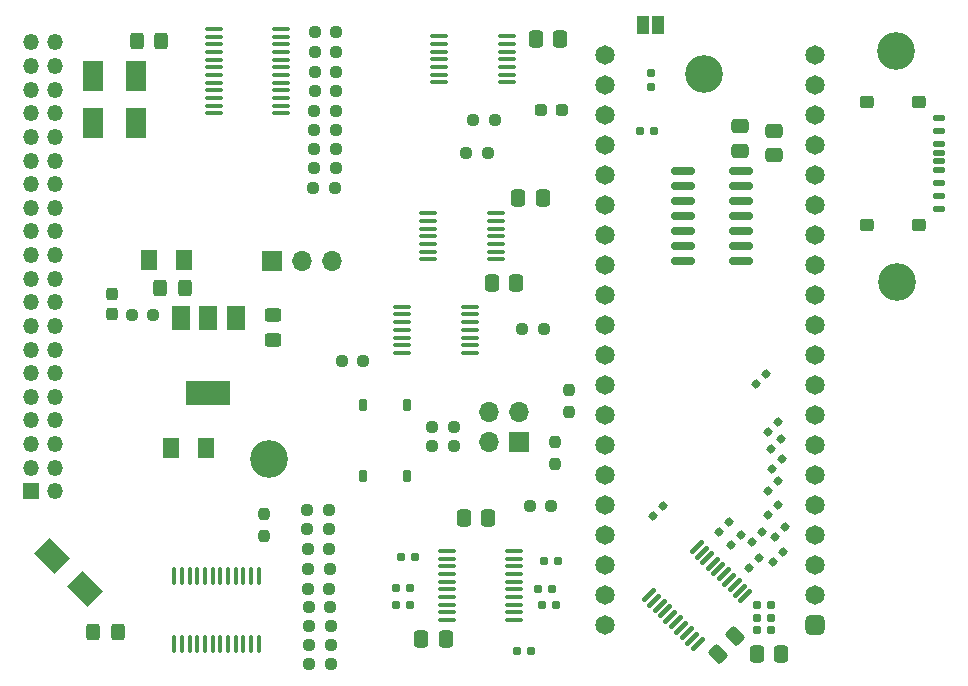
<source format=gbr>
%TF.GenerationSoftware,KiCad,Pcbnew,6.0.5-a6ca702e91~116~ubuntu21.10.1*%
%TF.CreationDate,2023-01-26T06:13:44-07:00*%
%TF.ProjectId,PowerBook,506f7765-7242-46f6-9f6b-2e6b69636164,rev?*%
%TF.SameCoordinates,Original*%
%TF.FileFunction,Soldermask,Top*%
%TF.FilePolarity,Negative*%
%FSLAX46Y46*%
G04 Gerber Fmt 4.6, Leading zero omitted, Abs format (unit mm)*
G04 Created by KiCad (PCBNEW 6.0.5-a6ca702e91~116~ubuntu21.10.1) date 2023-01-26 06:13:44*
%MOMM*%
%LPD*%
G01*
G04 APERTURE LIST*
G04 Aperture macros list*
%AMRoundRect*
0 Rectangle with rounded corners*
0 $1 Rounding radius*
0 $2 $3 $4 $5 $6 $7 $8 $9 X,Y pos of 4 corners*
0 Add a 4 corners polygon primitive as box body*
4,1,4,$2,$3,$4,$5,$6,$7,$8,$9,$2,$3,0*
0 Add four circle primitives for the rounded corners*
1,1,$1+$1,$2,$3*
1,1,$1+$1,$4,$5*
1,1,$1+$1,$6,$7*
1,1,$1+$1,$8,$9*
0 Add four rect primitives between the rounded corners*
20,1,$1+$1,$2,$3,$4,$5,0*
20,1,$1+$1,$4,$5,$6,$7,0*
20,1,$1+$1,$6,$7,$8,$9,0*
20,1,$1+$1,$8,$9,$2,$3,0*%
%AMRotRect*
0 Rectangle, with rotation*
0 The origin of the aperture is its center*
0 $1 length*
0 $2 width*
0 $3 Rotation angle, in degrees counterclockwise*
0 Add horizontal line*
21,1,$1,$2,0,0,$3*%
G04 Aperture macros list end*
%ADD10RoundRect,0.250001X0.462499X0.624999X-0.462499X0.624999X-0.462499X-0.624999X0.462499X-0.624999X0*%
%ADD11R,1.500000X2.000000*%
%ADD12R,3.800000X2.000000*%
%ADD13RoundRect,0.412500X0.412500X0.412500X-0.412500X0.412500X-0.412500X-0.412500X0.412500X-0.412500X0*%
%ADD14C,1.650000*%
%ADD15RoundRect,0.250000X0.325000X0.450000X-0.325000X0.450000X-0.325000X-0.450000X0.325000X-0.450000X0*%
%ADD16RoundRect,0.250000X0.450000X-0.325000X0.450000X0.325000X-0.450000X0.325000X-0.450000X-0.325000X0*%
%ADD17RoundRect,0.250000X-0.325000X-0.450000X0.325000X-0.450000X0.325000X0.450000X-0.325000X0.450000X0*%
%ADD18R,1.800000X2.500000*%
%ADD19R,1.700000X1.700000*%
%ADD20O,1.700000X1.700000*%
%ADD21RoundRect,0.160000X0.026517X0.252791X-0.252791X-0.026517X-0.026517X-0.252791X0.252791X0.026517X0*%
%ADD22RoundRect,0.100000X-0.100000X0.637500X-0.100000X-0.637500X0.100000X-0.637500X0.100000X0.637500X0*%
%ADD23RoundRect,0.160000X0.197500X0.160000X-0.197500X0.160000X-0.197500X-0.160000X0.197500X-0.160000X0*%
%ADD24RoundRect,0.237500X-0.250000X-0.237500X0.250000X-0.237500X0.250000X0.237500X-0.250000X0.237500X0*%
%ADD25C,3.200000*%
%ADD26RoundRect,0.250000X0.475000X-0.337500X0.475000X0.337500X-0.475000X0.337500X-0.475000X-0.337500X0*%
%ADD27RoundRect,0.100000X-0.637500X-0.100000X0.637500X-0.100000X0.637500X0.100000X-0.637500X0.100000X0*%
%ADD28RoundRect,0.250000X0.097227X-0.574524X0.574524X-0.097227X-0.097227X0.574524X-0.574524X0.097227X0*%
%ADD29RoundRect,0.160000X0.160000X-0.197500X0.160000X0.197500X-0.160000X0.197500X-0.160000X-0.197500X0*%
%ADD30RoundRect,0.100000X0.380070X0.521491X-0.521491X-0.380070X-0.380070X-0.521491X0.521491X0.380070X0*%
%ADD31RoundRect,0.237500X-0.237500X0.287500X-0.237500X-0.287500X0.237500X-0.287500X0.237500X0.287500X0*%
%ADD32RoundRect,0.160000X-0.197500X-0.160000X0.197500X-0.160000X0.197500X0.160000X-0.197500X0.160000X0*%
%ADD33RoundRect,0.250000X-0.337500X-0.475000X0.337500X-0.475000X0.337500X0.475000X-0.337500X0.475000X0*%
%ADD34RoundRect,0.250000X0.337500X0.475000X-0.337500X0.475000X-0.337500X-0.475000X0.337500X-0.475000X0*%
%ADD35RoundRect,0.237500X0.250000X0.237500X-0.250000X0.237500X-0.250000X-0.237500X0.250000X-0.237500X0*%
%ADD36RoundRect,0.237500X-0.287500X-0.237500X0.287500X-0.237500X0.287500X0.237500X-0.287500X0.237500X0*%
%ADD37RotRect,2.500000X1.800000X135.000000*%
%ADD38RoundRect,0.237500X0.237500X-0.250000X0.237500X0.250000X-0.237500X0.250000X-0.237500X-0.250000X0*%
%ADD39RoundRect,0.125000X-0.415000X0.125000X-0.415000X-0.125000X0.415000X-0.125000X0.415000X0.125000X0*%
%ADD40RoundRect,0.262500X-0.337500X0.262500X-0.337500X-0.262500X0.337500X-0.262500X0.337500X0.262500X0*%
%ADD41R,1.000000X1.500000*%
%ADD42RoundRect,0.150000X-0.825000X-0.150000X0.825000X-0.150000X0.825000X0.150000X-0.825000X0.150000X0*%
%ADD43RoundRect,0.237500X-0.237500X0.250000X-0.237500X-0.250000X0.237500X-0.250000X0.237500X0.250000X0*%
%ADD44RoundRect,0.187500X0.187500X-0.312500X0.187500X0.312500X-0.187500X0.312500X-0.187500X-0.312500X0*%
%ADD45RoundRect,0.100000X0.637500X0.100000X-0.637500X0.100000X-0.637500X-0.100000X0.637500X-0.100000X0*%
%ADD46R,1.350000X1.350000*%
%ADD47O,1.350000X1.350000*%
G04 APERTURE END LIST*
D10*
%TO.C,C3*%
X116041500Y-93167200D03*
X113066500Y-93167200D03*
%TD*%
%TO.C,C4*%
X117870300Y-109118400D03*
X114895300Y-109118400D03*
%TD*%
D11*
%TO.C,U3*%
X120393220Y-98146920D03*
X118093220Y-98146920D03*
D12*
X118093220Y-104446920D03*
D11*
X115793220Y-98146920D03*
%TD*%
D13*
%TO.C,RP1*%
X169468800Y-124104400D03*
D14*
X169468800Y-121564400D03*
X169468800Y-119024400D03*
X169468800Y-116484400D03*
X169468800Y-113944400D03*
X169468800Y-111404400D03*
X169468800Y-108864400D03*
X169468800Y-106324400D03*
X169468800Y-103784400D03*
X169468800Y-101244400D03*
X169468800Y-98704400D03*
X169468800Y-96164400D03*
X169468800Y-93624400D03*
X169468800Y-91084400D03*
X169468800Y-88544400D03*
X169468800Y-86004400D03*
X169468800Y-83464400D03*
X169468800Y-80924400D03*
X169468800Y-78384400D03*
X169468800Y-75844400D03*
X151688800Y-75844400D03*
X151688800Y-78384400D03*
X151688800Y-80924400D03*
X151688800Y-83464400D03*
X151688800Y-86004400D03*
X151688800Y-88544400D03*
X151688800Y-91084400D03*
X151688800Y-93624400D03*
X151688800Y-96164400D03*
X151688800Y-98704400D03*
X151688800Y-101244400D03*
X151688800Y-103784400D03*
X151688800Y-106324400D03*
X151688800Y-108864400D03*
X151688800Y-111404400D03*
X151688800Y-113944400D03*
X151688800Y-116484400D03*
X151688800Y-119024400D03*
X151688800Y-121564400D03*
X151688800Y-124104400D03*
%TD*%
D15*
%TO.C,C2*%
X116078000Y-95554800D03*
X114028000Y-95554800D03*
%TD*%
D16*
%TO.C,C5*%
X123596400Y-99941600D03*
X123596400Y-97891600D03*
%TD*%
D17*
%TO.C,C6*%
X108347400Y-124663200D03*
X110397400Y-124663200D03*
%TD*%
D18*
%TO.C,D1*%
X111963200Y-77635600D03*
X111963200Y-81635600D03*
%TD*%
D19*
%TO.C,J1*%
X123494800Y-93268800D03*
D20*
X126034800Y-93268800D03*
X128574800Y-93268800D03*
%TD*%
D21*
%TO.C,R42*%
X166725600Y-117906800D03*
X165880608Y-118751792D03*
%TD*%
D22*
%TO.C,U2*%
X122345400Y-119971900D03*
X121695400Y-119971900D03*
X121045400Y-119971900D03*
X120395400Y-119971900D03*
X119745400Y-119971900D03*
X119095400Y-119971900D03*
X118445400Y-119971900D03*
X117795400Y-119971900D03*
X117145400Y-119971900D03*
X116495400Y-119971900D03*
X115845400Y-119971900D03*
X115195400Y-119971900D03*
X115195400Y-125696900D03*
X115845400Y-125696900D03*
X116495400Y-125696900D03*
X117145400Y-125696900D03*
X117795400Y-125696900D03*
X118445400Y-125696900D03*
X119095400Y-125696900D03*
X119745400Y-125696900D03*
X120395400Y-125696900D03*
X121045400Y-125696900D03*
X121695400Y-125696900D03*
X122345400Y-125696900D03*
%TD*%
D23*
%TO.C,R54*%
X135178800Y-120954800D03*
X133983800Y-120954800D03*
%TD*%
D24*
%TO.C,R39*%
X126595500Y-122580400D03*
X128420500Y-122580400D03*
%TD*%
D21*
%TO.C,R16*%
X166624000Y-110083600D03*
X165779008Y-110928592D03*
%TD*%
D24*
%TO.C,R4*%
X127052700Y-83820000D03*
X128877700Y-83820000D03*
%TD*%
D23*
%TO.C,R50*%
X147511100Y-122377200D03*
X146316100Y-122377200D03*
%TD*%
D24*
%TO.C,R33*%
X126495800Y-117652800D03*
X128320800Y-117652800D03*
%TD*%
%TO.C,R36*%
X126648200Y-127406400D03*
X128473200Y-127406400D03*
%TD*%
D25*
%TO.C,H1*%
X123190000Y-110032800D03*
%TD*%
D26*
%TO.C,C12*%
X165963600Y-84349500D03*
X165963600Y-82274500D03*
%TD*%
D27*
%TO.C,U1*%
X118549500Y-73641000D03*
X118549500Y-74291000D03*
X118549500Y-74941000D03*
X118549500Y-75591000D03*
X118549500Y-76241000D03*
X118549500Y-76891000D03*
X118549500Y-77541000D03*
X118549500Y-78191000D03*
X118549500Y-78841000D03*
X118549500Y-79491000D03*
X118549500Y-80141000D03*
X118549500Y-80791000D03*
X124274500Y-80791000D03*
X124274500Y-80141000D03*
X124274500Y-79491000D03*
X124274500Y-78841000D03*
X124274500Y-78191000D03*
X124274500Y-77541000D03*
X124274500Y-76891000D03*
X124274500Y-76241000D03*
X124274500Y-75591000D03*
X124274500Y-74941000D03*
X124274500Y-74291000D03*
X124274500Y-73641000D03*
%TD*%
D24*
%TO.C,R5*%
X127052700Y-82194400D03*
X128877700Y-82194400D03*
%TD*%
%TO.C,R35*%
X126445000Y-114401600D03*
X128270000Y-114401600D03*
%TD*%
%TO.C,R1*%
X126546600Y-119329200D03*
X128371600Y-119329200D03*
%TD*%
D28*
%TO.C,C8*%
X161216777Y-126514423D03*
X162684023Y-125047177D03*
%TD*%
D24*
%TO.C,R38*%
X126646300Y-124155200D03*
X128471300Y-124155200D03*
%TD*%
D21*
%TO.C,R17*%
X166351392Y-111931008D03*
X165506400Y-112776000D03*
%TD*%
D24*
%TO.C,R9*%
X127105400Y-78892400D03*
X128930400Y-78892400D03*
%TD*%
D21*
%TO.C,R13*%
X156581696Y-114029904D03*
X155736704Y-114874896D03*
%TD*%
D26*
%TO.C,C7*%
X163068000Y-83964600D03*
X163068000Y-81889600D03*
%TD*%
D24*
%TO.C,R40*%
X126493900Y-121056400D03*
X128318900Y-121056400D03*
%TD*%
D21*
%TO.C,R45*%
X162204400Y-115417600D03*
X161359408Y-116262592D03*
%TD*%
D29*
%TO.C,R57*%
X155549600Y-78563400D03*
X155549600Y-77368400D03*
%TD*%
D30*
%TO.C,U4*%
X163553580Y-121659394D03*
X163093961Y-121199775D03*
X162634342Y-120740155D03*
X162174722Y-120280536D03*
X161715103Y-119820917D03*
X161255483Y-119361297D03*
X160795864Y-118901678D03*
X160336245Y-118442058D03*
X159876625Y-117982439D03*
X159417006Y-117522820D03*
X155368820Y-121571006D03*
X155828439Y-122030625D03*
X156288058Y-122490245D03*
X156747678Y-122949864D03*
X157207297Y-123409483D03*
X157666917Y-123869103D03*
X158126536Y-124328722D03*
X158586155Y-124788342D03*
X159045775Y-125247961D03*
X159505394Y-125707580D03*
%TD*%
D21*
%TO.C,R18*%
X166319200Y-113944400D03*
X165474208Y-114789392D03*
%TD*%
D31*
%TO.C,D5*%
X109931200Y-96040000D03*
X109931200Y-97790000D03*
%TD*%
D32*
%TO.C,R47*%
X164541200Y-123494800D03*
X165736200Y-123494800D03*
%TD*%
D33*
%TO.C,C15*%
X139729300Y-115011200D03*
X141804300Y-115011200D03*
%TD*%
D34*
%TO.C,C14*%
X147900300Y-74472800D03*
X145825300Y-74472800D03*
%TD*%
D23*
%TO.C,R53*%
X135178800Y-122428000D03*
X133983800Y-122428000D03*
%TD*%
D18*
%TO.C,D2*%
X108305600Y-81603600D03*
X108305600Y-77603600D03*
%TD*%
D35*
%TO.C,R31*%
X138887200Y-108915200D03*
X137062200Y-108915200D03*
%TD*%
D25*
%TO.C,H4*%
X160070800Y-77470000D03*
%TD*%
D24*
%TO.C,R3*%
X127054600Y-85445600D03*
X128879600Y-85445600D03*
%TD*%
D21*
%TO.C,R15*%
X166573200Y-108356400D03*
X165728208Y-109201392D03*
%TD*%
D35*
%TO.C,R32*%
X138887200Y-107340400D03*
X137062200Y-107340400D03*
%TD*%
D36*
%TO.C,D4*%
X146292600Y-80518000D03*
X148042600Y-80518000D03*
%TD*%
D35*
%TO.C,R56*%
X113434500Y-97891600D03*
X111609500Y-97891600D03*
%TD*%
D25*
%TO.C,H5*%
X176326800Y-75539600D03*
%TD*%
D37*
%TO.C,D3*%
X107645200Y-121056400D03*
X104816772Y-118227972D03*
%TD*%
D24*
%TO.C,R7*%
X127103500Y-75590400D03*
X128928500Y-75590400D03*
%TD*%
D21*
%TO.C,R43*%
X164998400Y-116230400D03*
X164153408Y-117075392D03*
%TD*%
D23*
%TO.C,R30*%
X155830200Y-82296000D03*
X154635200Y-82296000D03*
%TD*%
%TO.C,R49*%
X145440400Y-126288800D03*
X144245400Y-126288800D03*
%TD*%
D24*
%TO.C,R8*%
X127105400Y-77266800D03*
X128930400Y-77266800D03*
%TD*%
%TO.C,R2*%
X126953000Y-87122000D03*
X128778000Y-87122000D03*
%TD*%
D38*
%TO.C,R27*%
X148590000Y-106066600D03*
X148590000Y-104241600D03*
%TD*%
D39*
%TO.C,SD2*%
X179936400Y-81189200D03*
X179936400Y-82289200D03*
X179936400Y-83389200D03*
X179936400Y-84139200D03*
X179936400Y-84839200D03*
X179936400Y-85589200D03*
X179936400Y-86689200D03*
X179936400Y-87789200D03*
X179936400Y-88889200D03*
D40*
X178296400Y-90264200D03*
X178296400Y-79814200D03*
X173846400Y-90264200D03*
X173846400Y-79814200D03*
%TD*%
D23*
%TO.C,R55*%
X135585200Y-118364000D03*
X134390200Y-118364000D03*
%TD*%
D21*
%TO.C,R12*%
X165303200Y-102870000D03*
X164458208Y-103714992D03*
%TD*%
D23*
%TO.C,R51*%
X147155500Y-121056400D03*
X145960500Y-121056400D03*
%TD*%
D41*
%TO.C,JP1*%
X156189200Y-73304400D03*
X154889200Y-73304400D03*
%TD*%
D21*
%TO.C,R19*%
X166928800Y-115773200D03*
X166083808Y-116618192D03*
%TD*%
D33*
%TO.C,C10*%
X164519700Y-126542800D03*
X166594700Y-126542800D03*
%TD*%
D35*
%TO.C,R24*%
X131214500Y-101752400D03*
X129389500Y-101752400D03*
%TD*%
D34*
%TO.C,C9*%
X144162600Y-95148400D03*
X142087600Y-95148400D03*
%TD*%
D42*
%TO.C,U8*%
X158256200Y-85699600D03*
X158256200Y-86969600D03*
X158256200Y-88239600D03*
X158256200Y-89509600D03*
X158256200Y-90779600D03*
X158256200Y-92049600D03*
X158256200Y-93319600D03*
X163206200Y-93319600D03*
X163206200Y-92049600D03*
X163206200Y-90779600D03*
X163206200Y-89509600D03*
X163206200Y-88239600D03*
X163206200Y-86969600D03*
X163206200Y-85699600D03*
%TD*%
D24*
%TO.C,R10*%
X127054600Y-80568800D03*
X128879600Y-80568800D03*
%TD*%
%TO.C,R34*%
X126443100Y-115976400D03*
X128268100Y-115976400D03*
%TD*%
D43*
%TO.C,R26*%
X147472400Y-108610400D03*
X147472400Y-110435400D03*
%TD*%
D38*
%TO.C,R41*%
X122834400Y-116533300D03*
X122834400Y-114708300D03*
%TD*%
D27*
%TO.C,U7*%
X136685100Y-89236000D03*
X136685100Y-89886000D03*
X136685100Y-90536000D03*
X136685100Y-91186000D03*
X136685100Y-91836000D03*
X136685100Y-92486000D03*
X136685100Y-93136000D03*
X142410100Y-93136000D03*
X142410100Y-92486000D03*
X142410100Y-91836000D03*
X142410100Y-91186000D03*
X142410100Y-90536000D03*
X142410100Y-89886000D03*
X142410100Y-89236000D03*
%TD*%
D24*
%TO.C,R37*%
X126646300Y-125780800D03*
X128471300Y-125780800D03*
%TD*%
D44*
%TO.C,SW1*%
X131153300Y-105458000D03*
X131153300Y-111458000D03*
X134903300Y-105458000D03*
X134903300Y-111458000D03*
%TD*%
D15*
%TO.C,F2*%
X114105800Y-74676000D03*
X112055800Y-74676000D03*
%TD*%
D25*
%TO.C,H3*%
X176428400Y-95046800D03*
%TD*%
D19*
%TO.C,J4*%
X144373600Y-108610400D03*
D20*
X141833600Y-108610400D03*
X144373600Y-106070400D03*
X141833600Y-106070400D03*
%TD*%
D24*
%TO.C,R23*%
X144678400Y-99009200D03*
X146503400Y-99009200D03*
%TD*%
%TO.C,R25*%
X145291800Y-113995200D03*
X147116800Y-113995200D03*
%TD*%
D27*
%TO.C,U5*%
X134500700Y-97160800D03*
X134500700Y-97810800D03*
X134500700Y-98460800D03*
X134500700Y-99110800D03*
X134500700Y-99760800D03*
X134500700Y-100410800D03*
X134500700Y-101060800D03*
X140225700Y-101060800D03*
X140225700Y-100410800D03*
X140225700Y-99760800D03*
X140225700Y-99110800D03*
X140225700Y-98460800D03*
X140225700Y-97810800D03*
X140225700Y-97160800D03*
%TD*%
D21*
%TO.C,R14*%
X166319200Y-106934000D03*
X165474208Y-107778992D03*
%TD*%
D45*
%TO.C,U9*%
X143984900Y-123676600D03*
X143984900Y-123026600D03*
X143984900Y-122376600D03*
X143984900Y-121726600D03*
X143984900Y-121076600D03*
X143984900Y-120426600D03*
X143984900Y-119776600D03*
X143984900Y-119126600D03*
X143984900Y-118476600D03*
X143984900Y-117826600D03*
X138259900Y-117826600D03*
X138259900Y-118476600D03*
X138259900Y-119126600D03*
X138259900Y-119776600D03*
X138259900Y-120426600D03*
X138259900Y-121076600D03*
X138259900Y-121726600D03*
X138259900Y-122376600D03*
X138259900Y-123026600D03*
X138259900Y-123676600D03*
%TD*%
D23*
%TO.C,R52*%
X147714300Y-118719600D03*
X146519300Y-118719600D03*
%TD*%
D27*
%TO.C,U6*%
X137650300Y-74250000D03*
X137650300Y-74900000D03*
X137650300Y-75550000D03*
X137650300Y-76200000D03*
X137650300Y-76850000D03*
X137650300Y-77500000D03*
X137650300Y-78150000D03*
X143375300Y-78150000D03*
X143375300Y-77500000D03*
X143375300Y-76850000D03*
X143375300Y-76200000D03*
X143375300Y-75550000D03*
X143375300Y-74900000D03*
X143375300Y-74250000D03*
%TD*%
D46*
%TO.C,J2*%
X103073200Y-112776800D03*
D47*
X105073200Y-112776800D03*
X103073200Y-110776800D03*
X105073200Y-110776800D03*
X103073200Y-108776800D03*
X105073200Y-108776800D03*
X103073200Y-106776800D03*
X105073200Y-106776800D03*
X103073200Y-104776800D03*
X105073200Y-104776800D03*
X103073200Y-102776800D03*
X105073200Y-102776800D03*
X103073200Y-100776800D03*
X105073200Y-100776800D03*
X103073200Y-98776800D03*
X105073200Y-98776800D03*
X105073200Y-96776800D03*
X103073200Y-94776800D03*
X105073200Y-94776800D03*
X103073200Y-92776800D03*
X105073200Y-92776800D03*
X103073200Y-90776800D03*
X105073200Y-90776800D03*
X103073200Y-88776800D03*
X105073200Y-88776800D03*
X103073200Y-86776800D03*
X105073200Y-86776800D03*
X103073200Y-84776800D03*
X105073200Y-84776800D03*
X103073200Y-82776800D03*
X105073200Y-82776800D03*
X103073200Y-80776800D03*
X105073200Y-80776800D03*
X103073200Y-78776800D03*
X105073200Y-78776800D03*
X103073200Y-76776800D03*
X105073200Y-76776800D03*
X103073200Y-74776800D03*
X105073200Y-74776800D03*
X103073200Y-96776800D03*
%TD*%
D24*
%TO.C,R6*%
X127103500Y-73914000D03*
X128928500Y-73914000D03*
%TD*%
D34*
%TO.C,C11*%
X138197500Y-125323600D03*
X136122500Y-125323600D03*
%TD*%
D21*
%TO.C,R11*%
X164744400Y-118465600D03*
X163899408Y-119310592D03*
%TD*%
D34*
%TO.C,C13*%
X146405600Y-87985600D03*
X144330600Y-87985600D03*
%TD*%
D24*
%TO.C,R29*%
X140514700Y-81381600D03*
X142339700Y-81381600D03*
%TD*%
D21*
%TO.C,R44*%
X163220400Y-116484400D03*
X162375408Y-117329392D03*
%TD*%
D32*
%TO.C,R46*%
X164553300Y-124561600D03*
X165748300Y-124561600D03*
%TD*%
D35*
%TO.C,R28*%
X141730100Y-84175600D03*
X139905100Y-84175600D03*
%TD*%
D32*
%TO.C,R48*%
X164514600Y-122377200D03*
X165709600Y-122377200D03*
%TD*%
M02*

</source>
